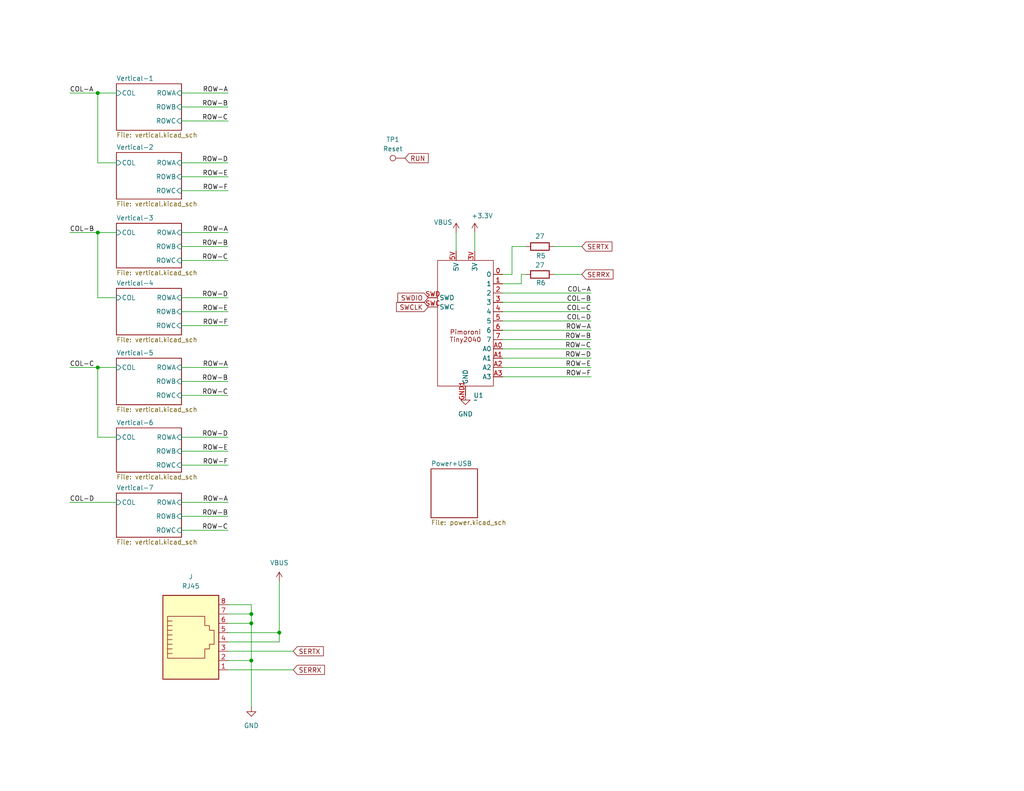
<source format=kicad_sch>
(kicad_sch (version 20231120) (generator "eeschema") (generator_version "8.0")
  (paper "A")
  (title_block (title "Jolt 2 - Left"))
  (lib_symbols
    (symbol "Connector:RJ45" (pin_names (offset 1.016))
      (property "Reference" "J" (at -5.08 13.97 0))
      (property "Value" "RJ45" (at 2.54 13.97 0))
      (symbol "RJ45_0_1"
        (polyline (pts (xy -5.08 4.445) (xy -6.35 4.445)))
        (polyline (pts (xy -5.08 5.715) (xy -6.35 5.715)))
        (polyline (pts (xy -6.35 -3.175) (xy -5.08 -3.175) (xy -5.08 -3.175)))
        (polyline (pts (xy -6.35 -1.905) (xy -5.08 -1.905) (xy -5.08 -1.905)))
        (polyline (pts (xy -6.35 -0.635) (xy -5.08 -0.635) (xy -5.08 -0.635)))
        (polyline (pts (xy -6.35 0.635) (xy -5.08 0.635) (xy -5.08 0.635)))
        (polyline (pts (xy -6.35 1.905) (xy -5.08 1.905) (xy -5.08 1.905)))
        (polyline (pts (xy -5.08 3.175) (xy -6.35 3.175) (xy -6.35 3.175)))
        (polyline (pts (xy -6.35 -4.445) (xy -6.35 6.985) (xy 3.81 6.985) (xy 3.81 4.445) (xy 5.08 4.445) (xy 5.08 3.175) (xy 6.35 3.175) (xy 6.35 -0.635) (xy 5.08 -0.635) (xy 5.08 -1.905) (xy 3.81 -1.905) (xy 3.81 -4.445) (xy -6.35 -4.445) (xy -6.35 -4.445)))
        (rectangle (start 7.62 12.7) (end -7.62 -10.16) (stroke (width 0.254)) (fill (type background)))
      )
      (symbol "RJ45_1_1"
        (pin passive line (at 10.16 -7.62 180) (length 2.54) (name "~") (number "1"))
        (pin passive line (at 10.16 -5.08 180) (length 2.54) (name "~") (number "2"))
        (pin passive line (at 10.16 -2.54 180) (length 2.54) (name "~") (number "3"))
        (pin passive line (at 10.16 0 180) (length 2.54) (name "~") (number "4"))
        (pin passive line (at 10.16 2.54 180) (length 2.54) (name "~") (number "5"))
        (pin passive line (at 10.16 5.08 180) (length 2.54) (name "~") (number "6"))
        (pin passive line (at 10.16 7.62 180) (length 2.54) (name "~") (number "7"))
        (pin passive line (at 10.16 10.16 180) (length 2.54) (name "~") (number "8"))
      )
    )
    (symbol "Connector:TestPoint" (pin_numbers hide) (pin_names (offset 0.762) hide)
      (property "Reference" "TP" (at 0 6.858 0))
      (property "Value" "TestPoint" (at 0 5.08 0))
      (symbol "TestPoint_0_1"
        (circle (center 0 3.302) (radius 0.762))
      )
      (symbol "TestPoint_1_1"
        (pin passive line (at 0 0 90) (length 2.54) (name "1") (number "1"))
      )
    )
    (symbol "David Brown Keyboard Parts:Pimoroni-Tiny2040"
      (property "Reference" "U" (at 0 0 0))
      (symbol "Pimoroni-Tiny2040_0_1"
        (rectangle (start 7.62 15.24) (end -7.62 -19.05))
      )
      (symbol "Pimoroni-Tiny2040_1_0"
        (pin bidirectional line (at 10.16 8.89 180) (length 2.54) (name "1") (number "1"))
        (pin bidirectional line (at 10.16 6.35 180) (length 2.54) (name "2") (number "2"))
        (pin bidirectional line (at 10.16 3.81 180) (length 2.54) (name "3") (number "3"))
        (pin power_out line (at 2.54 17.78 270) (length 2.54) (name "3V") (number "3V"))
        (pin bidirectional line (at 10.16 1.27 180) (length 2.54) (name "4") (number "4"))
        (pin bidirectional line (at 10.16 -1.27 180) (length 2.54) (name "5") (number "5"))
        (pin bidirectional line (at 10.16 -3.81 180) (length 2.54) (name "6") (number "6"))
        (pin bidirectional line (at 10.16 -6.35 180) (length 2.54) (name "7") (number "7"))
        (pin bidirectional line (at 10.16 -8.89 180) (length 2.54) (name "A0") (number "A0"))
        (pin bidirectional line (at 10.16 -11.43 180) (length 2.54) (name "A1") (number "A1"))
        (pin bidirectional line (at 10.16 -13.97 180) (length 2.54) (name "A2") (number "A2"))
        (pin bidirectional line (at 10.16 -16.51 180) (length 2.54) (name "A3") (number "A3"))
        (pin power_out line (at 0 -21.59 90) (length 2.54) (name "GND") (number "GND1"))
        (pin power_out line (at 0 -21.59 90) (length 2.54) hide (name "GND") (number "GND2"))
      )
      (symbol "Pimoroni-Tiny2040_1_1"
        (text "Pimoroni\nTiny2040" (at 0 -5.334 0) (effects (font (size 1.27 1.27))))
        (pin bidirectional line (at 10.16 11.43 180) (length 2.54) (name "0") (number "0"))
        (pin power_out line (at -2.54 17.78 270) (length 2.54) (name "5V") (number "5V"))
        (pin power_out line (at 0 -21.59 90) (length 2.54) hide (name "GND") (number "GND3"))
        (pin input line (at -10.16 2.54 0) (length 2.54) (name "SWC") (number "SWC"))
        (pin bidirectional line (at -10.16 5.08 0) (length 2.54) (name "SWD") (number "SWD"))
      )
    )
    (symbol "Device:R" (pin_numbers hide) (pin_names (offset 0))
      (property "Reference" "R" (at 2.032 0 90))
      (property "Value" "R" (at 0 0 90))
      (symbol "R_0_1"
        (rectangle (start -1.016 -2.54) (end 1.016 2.54) (stroke (width 0.254)))
      )
      (symbol "R_1_1"
        (pin passive line (at 0 3.81 270) (length 1.27) (name "~") (number "1"))
        (pin passive line (at 0 -3.81 90) (length 1.27) (name "~") (number "2"))
      )
    )
    (symbol "power:+3.3V" (power) (pin_numbers hide) (pin_names (offset 0) hide)
      (property "Value" "+3.3V" (at 0 3.556 0))
      (symbol "+3.3V_0_1"
        (polyline (pts (xy -0.762 1.27) (xy 0 2.54)))
        (polyline (pts (xy 0 0) (xy 0 2.54)))
        (polyline (pts (xy 0 2.54) (xy 0.762 1.27)))
      )
      (symbol "+3.3V_1_1"
        (pin power_in line (at 0 0 90) (length 0) (name "~") (number "1"))
      )
    )
    (symbol "power:GND" (power) (pin_numbers hide) (pin_names (offset 0) hide)
      (property "Value" "GND" (at 0 -3.81 0))
      (symbol "GND_0_1"
        (polyline (pts (xy 0 0) (xy 0 -1.27) (xy 1.27 -1.27) (xy 0 -2.54) (xy -1.27 -1.27) (xy 0 -1.27)))
      )
      (symbol "GND_1_1"
        (pin power_in line (at 0 0 270) (length 0) (name "~") (number "1"))
      )
    )
    (symbol "power:VBUS" (power) (pin_numbers hide) (pin_names (offset 0) hide)
      (property "Value" "VBUS" (at 0 3.556 0))
      (symbol "VBUS_0_1"
        (polyline (pts (xy -0.762 1.27) (xy 0 2.54)))
        (polyline (pts (xy 0 0) (xy 0 2.54)))
        (polyline (pts (xy 0 2.54) (xy 0.762 1.27)))
      )
      (symbol "VBUS_1_1"
        (pin power_in line (at 0 0 90) (length 0) (name "~") (number "1"))
      )
    )
  )
  (junction (at 68.58 167.64))
  (junction (at 68.58 170.18))
  (junction (at 26.67 100.33))
  (junction (at 26.67 25.4))
  (junction (at 76.2 172.72))
  (junction (at 26.67 63.5))
  (junction (at 68.58 180.34))
  (wire (pts (xy 26.67 100.33) (xy 31.75 100.33)))
  (wire (pts (xy 31.75 137.16) (xy 19.05 137.16)))
  (wire (pts (xy 68.58 170.18) (xy 68.58 180.34)))
  (wire (pts (xy 49.53 127) (xy 62.23 127)))
  (wire (pts (xy 31.75 81.28) (xy 26.67 81.28)))
  (wire (pts (xy 151.13 67.31) (xy 158.75 67.31)))
  (wire (pts (xy 62.23 182.88) (xy 80.01 182.88)))
  (wire (pts (xy 49.53 119.38) (xy 62.23 119.38)))
  (wire (pts (xy 62.23 170.18) (xy 68.58 170.18)))
  (wire (pts (xy 62.23 165.1) (xy 68.58 165.1)))
  (wire (pts (xy 49.53 100.33) (xy 62.23 100.33)))
  (wire (pts (xy 49.53 104.14) (xy 62.23 104.14)))
  (wire (pts (xy 137.16 87.63) (xy 161.29 87.63)))
  (wire (pts (xy 129.54 63.5) (xy 129.54 68.58)))
  (wire (pts (xy 137.16 92.71) (xy 161.29 92.71)))
  (wire (pts (xy 137.16 80.01) (xy 161.29 80.01)))
  (wire (pts (xy 31.75 44.45) (xy 26.67 44.45)))
  (wire (pts (xy 62.23 180.34) (xy 68.58 180.34)))
  (wire (pts (xy 49.53 52.07) (xy 62.23 52.07)))
  (wire (pts (xy 62.23 167.64) (xy 68.58 167.64)))
  (wire (pts (xy 49.53 88.9) (xy 62.23 88.9)))
  (wire (pts (xy 49.53 140.97) (xy 62.23 140.97)))
  (wire (pts (xy 139.7 67.31) (xy 139.7 74.93)))
  (wire (pts (xy 49.53 33.02) (xy 62.23 33.02)))
  (wire (pts (xy 31.75 119.38) (xy 26.67 119.38)))
  (wire (pts (xy 143.51 67.31) (xy 139.7 67.31)))
  (wire (pts (xy 76.2 175.26) (xy 76.2 172.72)))
  (wire (pts (xy 62.23 177.8) (xy 80.01 177.8)))
  (wire (pts (xy 49.53 63.5) (xy 62.23 63.5)))
  (wire (pts (xy 49.53 25.4) (xy 62.23 25.4)))
  (wire (pts (xy 62.23 175.26) (xy 76.2 175.26)))
  (wire (pts (xy 137.16 90.17) (xy 161.29 90.17)))
  (wire (pts (xy 76.2 158.75) (xy 76.2 172.72)))
  (wire (pts (xy 26.67 119.38) (xy 26.67 100.33)))
  (wire (pts (xy 68.58 165.1) (xy 68.58 167.64)))
  (wire (pts (xy 49.53 81.28) (xy 62.23 81.28)))
  (wire (pts (xy 62.23 172.72) (xy 76.2 172.72)))
  (wire (pts (xy 49.53 137.16) (xy 62.23 137.16)))
  (wire (pts (xy 68.58 167.64) (xy 68.58 170.18)))
  (wire (pts (xy 26.67 63.5) (xy 31.75 63.5)))
  (wire (pts (xy 142.24 77.47) (xy 142.24 74.93)))
  (wire (pts (xy 68.58 180.34) (xy 68.58 193.04)))
  (wire (pts (xy 49.53 48.26) (xy 62.23 48.26)))
  (wire (pts (xy 19.05 63.5) (xy 26.67 63.5)))
  (wire (pts (xy 26.67 25.4) (xy 26.67 44.45)))
  (wire (pts (xy 124.46 63.5) (xy 124.46 68.58)))
  (wire (pts (xy 19.05 25.4) (xy 26.67 25.4)))
  (wire (pts (xy 142.24 74.93) (xy 143.51 74.93)))
  (wire (pts (xy 19.05 100.33) (xy 26.67 100.33)))
  (wire (pts (xy 26.67 25.4) (xy 31.75 25.4)))
  (wire (pts (xy 137.16 85.09) (xy 161.29 85.09)))
  (wire (pts (xy 137.16 82.55) (xy 161.29 82.55)))
  (wire (pts (xy 49.53 71.12) (xy 62.23 71.12)))
  (wire (pts (xy 49.53 29.21) (xy 62.23 29.21)))
  (wire (pts (xy 49.53 67.31) (xy 62.23 67.31)))
  (wire (pts (xy 49.53 44.45) (xy 62.23 44.45)))
  (wire (pts (xy 49.53 144.78) (xy 62.23 144.78)))
  (wire (pts (xy 137.16 74.93) (xy 139.7 74.93)))
  (wire (pts (xy 151.13 74.93) (xy 158.75 74.93)))
  (wire (pts (xy 137.16 95.25) (xy 161.29 95.25)))
  (wire (pts (xy 49.53 107.95) (xy 62.23 107.95)))
  (wire (pts (xy 137.16 100.33) (xy 161.29 100.33)))
  (wire (pts (xy 49.53 123.19) (xy 62.23 123.19)))
  (wire (pts (xy 49.53 85.09) (xy 62.23 85.09)))
  (wire (pts (xy 137.16 102.87) (xy 161.29 102.87)))
  (wire (pts (xy 137.16 97.79) (xy 161.29 97.79)))
  (wire (pts (xy 26.67 81.28) (xy 26.67 63.5)))
  (wire (pts (xy 137.16 77.47) (xy 142.24 77.47)))
  (label "ROW-F" (at 62.23 88.9 180))
  (label "COL-C" (at 19.05 100.33 0))
  (label "ROW-B" (at 62.23 29.21 180))
  (label "COL-D" (at 19.05 137.16 0))
  (label "ROW-E" (at 62.23 48.26 180))
  (label "COL-D" (at 161.29 87.63 180))
  (label "ROW-F" (at 62.23 127 180))
  (label "ROW-D" (at 62.23 119.38 180))
  (label "ROW-B" (at 62.23 104.14 180))
  (label "ROW-A" (at 161.29 90.17 180))
  (label "COL-A" (at 161.29 80.01 180))
  (label "COL-B" (at 19.05 63.5 0))
  (label "ROW-C" (at 62.23 107.95 180))
  (label "ROW-A" (at 62.23 100.33 180))
  (label "ROW-C" (at 62.23 144.78 180))
  (label "ROW-D" (at 161.29 97.79 180))
  (label "ROW-B" (at 161.29 92.71 180))
  (label "ROW-A" (at 62.23 137.16 180))
  (label "ROW-E" (at 62.23 123.19 180))
  (label "ROW-B" (at 62.23 67.31 180))
  (label "ROW-A" (at 62.23 25.4 180))
  (label "COL-A" (at 19.05 25.4 0))
  (label "ROW-F" (at 161.29 102.87 180))
  (label "COL-C" (at 161.29 85.09 180))
  (label "ROW-C" (at 62.23 71.12 180))
  (label "ROW-D" (at 62.23 44.45 180))
  (label "ROW-A" (at 62.23 63.5 180))
  (label "COL-B" (at 161.29 82.55 180))
  (label "ROW-C" (at 161.29 95.25 180))
  (label "ROW-E" (at 161.29 100.33 180))
  (label "ROW-C" (at 62.23 33.02 180))
  (label "ROW-F" (at 62.23 52.07 180))
  (label "ROW-B" (at 62.23 140.97 180))
  (label "ROW-D" (at 62.23 81.28 180))
  (label "ROW-E" (at 62.23 85.09 180))
  (global_label "SERRX" (shape input) (at 158.75 74.93 0) (property "Intersheetrefs" "${INTERSHEET_REFS}" (effects (hide yes))))
  (global_label "SWCLK" (shape input) (at 116.84 83.82 180) (property "Intersheetrefs" "${INTERSHEET_REFS}" (effects (hide yes))))
  (global_label "SERTX" (shape input) (at 158.75 67.31 0) (property "Intersheetrefs" "${INTERSHEET_REFS}" (effects (hide yes))))
  (global_label "SERTX" (shape input) (at 80.01 177.8 0) (property "Intersheetrefs" "${INTERSHEET_REFS}" (effects (hide yes))))
  (global_label "SWDIO" (shape input) (at 116.84 81.28 180) (property "Intersheetrefs" "${INTERSHEET_REFS}" (effects (hide yes))))
  (global_label "RUN" (shape input) (at 110.49 43.18 0) (property "Intersheetrefs" "${INTERSHEET_REFS}" (effects (hide yes))))
  (global_label "SERRX" (shape input) (at 80.01 182.88 0) (property "Intersheetrefs" "${INTERSHEET_REFS}" (effects (hide yes))))
  (symbol (lib_id "David Brown Keyboard Parts:Pimoroni-Tiny2040") (at 127 86.36 0) (unit 1)
    (property "Reference" "U1" (at 129.1941 107.95 0) (effects (justify left)))
    (property "Value" "~" (at 129.1941 109.22 0) (effects (justify left)))
    (property "Footprint" "davidb-keyboard-foot:Pimoroni-Tiny2040" (effects (hide yes)))
  )
  (symbol (lib_id "Connector:RJ45") (at 52.07 175.26 0) (unit 1)
    (property "Reference" "J" (at 52.07 157.48 0))
    (property "Value" "RJ45" (at 52.07 160.02 0))
    (property "Footprint" "Connector_RJ:RJ45_Amphenol_54602-x08_Horizontal" (effects (hide yes)))
    (property "Description" "RJ connector, 8P8C (8 positions 8 connected)" (effects (hide yes)))
  )
  (symbol (lib_id "power:GND") (at 68.58 193.04 0) (unit 1)
    (property "Reference" "#PWR06" (effects (hide yes)))
    (property "Value" "GND" (at 68.58 198.12 0))
    (property "Description" "Power symbol creates a global label with name \"GND\" , ground" (effects (hide yes)))
  )
  (symbol (lib_id "Connector:TestPoint") (at 110.49 43.18 90) (unit 1)
    (property "Reference" "TP1" (at 107.188 38.1 90))
    (property "Value" "Reset" (at 107.188 40.64 90))
    (property "Footprint" "TestPoint:TestPoint_Pad_2.0x2.0mm" (effects (hide yes)))
    (property "Description" "test point" (effects (hide yes)))
  )
  (symbol (lib_id "Device:R") (at 147.32 67.31 90) (unit 1)
    (property "Reference" "R5" (at 147.574 69.85 90))
    (property "Value" "27" (at 147.32 64.516 90))
    (property "Footprint" "Resistor_SMD:R_0603_1608Metric_Pad0.98x0.95mm_HandSolder" (effects (hide yes)))
    (property "Description" "Resistor" (effects (hide yes)))
  )
  (symbol (lib_id "power:VBUS") (at 76.2 158.75 0) (unit 1)
    (property "Reference" "#PWR07" (effects (hide yes)))
    (property "Value" "VBUS" (at 76.2 153.67 0))
    (property "Description" "Power symbol creates a global label with name \"VBUS\"" (effects (hide yes)))
  )
  (symbol (lib_id "power:VBUS") (at 124.46 63.5 0) (unit 1)
    (property "Reference" "#PWR01" (effects (hide yes)))
    (property "Value" "VBUS" (at 120.904 60.706 0))
    (property "Description" "Power symbol creates a global label with name \"VBUS\"" (effects (hide yes)))
  )
  (symbol (lib_id "power:+3.3V") (at 129.54 63.5 0) (unit 1)
    (property "Reference" "#PWR02" (effects (hide yes)))
    (property "Value" "+3.3V" (at 131.572 58.928 0))
    (property "Description" "Power symbol creates a global label with name \"+3.3V\"" (effects (hide yes)))
  )
  (symbol (lib_id "Device:R") (at 147.32 74.93 90) (unit 1)
    (property "Reference" "R6" (at 147.574 77.216 90))
    (property "Value" "27" (at 147.32 72.39 90))
    (property "Footprint" "Resistor_SMD:R_0603_1608Metric_Pad0.98x0.95mm_HandSolder" (effects (hide yes)))
    (property "Description" "Resistor" (effects (hide yes)))
  )
  (symbol (lib_id "power:GND") (at 127 107.95 0) (unit 1)
    (property "Reference" "#PWR04" (effects (hide yes)))
    (property "Value" "GND" (at 127 113.03 0))
    (property "Description" "Power symbol creates a global label with name \"GND\" , ground" (effects (hide yes)))
  )
  (sheet (at 31.75 78.74) (size 17.78 12.7) (stroke (width 0.1524))
    (property "Sheetname" "Vertical-4" (at 31.75 78.0284 0) (effects (justify left bottom)))
    (property "Sheetfile" "vertical.kicad_sch" (at 31.75 92.0246 0) (effects (justify left top)))
    (pin "COL" input (at 31.75 81.28 180))
    (pin "ROWC" input (at 49.53 88.9 0))
    (pin "ROWA" input (at 49.53 81.28 0))
    (pin "ROWB" input (at 49.53 85.09 0))
  )
  (sheet (at 31.75 22.86) (size 17.78 12.7) (stroke (width 0.1524))
    (property "Sheetname" "Vertical-1" (at 31.75 22.1484 0) (effects (justify left bottom)))
    (property "Sheetfile" "vertical.kicad_sch" (at 31.75 36.1446 0) (effects (justify left top)))
    (pin "COL" input (at 31.75 25.4 180))
    (pin "ROWC" input (at 49.53 33.02 0))
    (pin "ROWA" input (at 49.53 25.4 0))
    (pin "ROWB" input (at 49.53 29.21 0))
  )
  (sheet (at 31.75 41.656) (size 17.78 12.7) (stroke (width 0.1524))
    (property "Sheetname" "Vertical-2" (at 31.75 40.9444 0) (effects (justify left bottom)))
    (property "Sheetfile" "vertical.kicad_sch" (at 31.75 54.9406 0) (effects (justify left top)))
    (pin "COL" input (at 31.75 44.45 180))
    (pin "ROWC" input (at 49.53 52.07 0))
    (pin "ROWA" input (at 49.53 44.45 0))
    (pin "ROWB" input (at 49.53 48.26 0))
  )
  (sheet (at 31.75 60.96) (size 17.78 12.192) (stroke (width 0.1524))
    (property "Sheetname" "Vertical-3" (at 31.75 60.2484 0) (effects (justify left bottom)))
    (property "Sheetfile" "vertical.kicad_sch" (at 31.75 73.7366 0) (effects (justify left top)))
    (pin "COL" input (at 31.75 63.5 180))
    (pin "ROWC" input (at 49.53 71.12 0))
    (pin "ROWA" input (at 49.53 63.5 0))
    (pin "ROWB" input (at 49.53 67.31 0))
  )
  (sheet (at 117.602 128.016) (size 12.7 13.335) (stroke (width 0.1524))
    (property "Sheetname" "Power+USB" (at 117.602 127.3044 0) (effects (justify left bottom)))
    (property "Sheetfile" "power.kicad_sch" (at 117.602 141.9356 0) (effects (justify left top)))
  )
  (sheet (at 31.75 116.84) (size 17.78 12.065) (stroke (width 0.1524))
    (property "Sheetname" "Vertical-6" (at 31.75 116.1284 0) (effects (justify left bottom)))
    (property "Sheetfile" "vertical.kicad_sch" (at 31.75 129.4896 0) (effects (justify left top)))
    (pin "COL" input (at 31.75 119.38 180))
    (pin "ROWC" input (at 49.53 127 0))
    (pin "ROWA" input (at 49.53 119.38 0))
    (pin "ROWB" input (at 49.53 123.19 0))
  )
  (sheet (at 31.75 97.79) (size 17.78 12.7) (stroke (width 0.1524))
    (property "Sheetname" "Vertical-5" (at 31.75 97.0784 0) (effects (justify left bottom)))
    (property "Sheetfile" "vertical.kicad_sch" (at 31.75 111.0746 0) (effects (justify left top)))
    (pin "COL" input (at 31.75 100.33 180))
    (pin "ROWC" input (at 49.53 107.95 0))
    (pin "ROWA" input (at 49.53 100.33 0))
    (pin "ROWB" input (at 49.53 104.14 0))
  )
  (sheet (at 31.75 134.62) (size 17.78 12.065) (stroke (width 0.1524))
    (property "Sheetname" "Vertical-7" (at 31.75 133.9084 0) (effects (justify left bottom)))
    (property "Sheetfile" "vertical.kicad_sch" (at 31.75 147.2696 0) (effects (justify left top)))
    (pin "COL" input (at 31.75 137.16 180))
    (pin "ROWC" input (at 49.53 144.78 0))
    (pin "ROWA" input (at 49.53 137.16 0))
    (pin "ROWB" input (at 49.53 140.97 0))
  )
)
</source>
